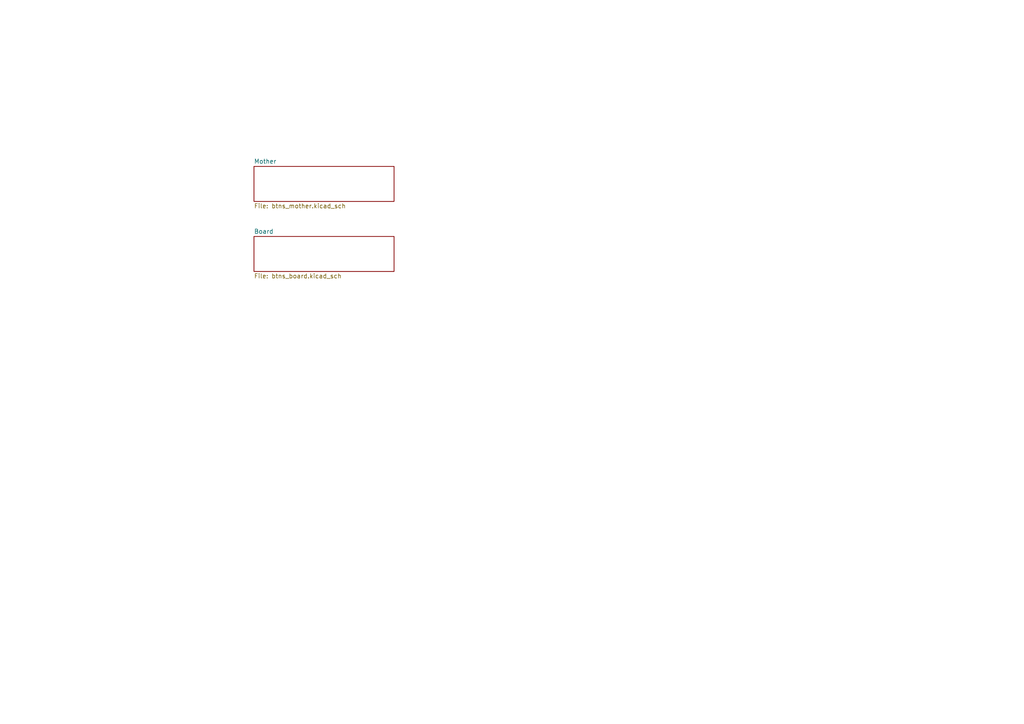
<source format=kicad_sch>
(kicad_sch
	(version 20231120)
	(generator "eeschema")
	(generator_version "8.0")
	(uuid "6cbd19e5-da26-4980-af8b-246e7f2dab3e")
	(paper "A4")
	(lib_symbols)
	(sheet
		(at 73.66 68.58)
		(size 40.64 10.16)
		(fields_autoplaced yes)
		(stroke
			(width 0.1524)
			(type solid)
		)
		(fill
			(color 0 0 0 0.0000)
		)
		(uuid "87504a8f-ecac-45cc-99cb-95b552eabb3c")
		(property "Sheetname" "Board"
			(at 73.66 67.8684 0)
			(effects
				(font
					(size 1.27 1.27)
				)
				(justify left bottom)
			)
		)
		(property "Sheetfile" "btns_board.kicad_sch"
			(at 73.66 79.3246 0)
			(effects
				(font
					(size 1.27 1.27)
				)
				(justify left top)
			)
		)
		(instances
			(project "Btns"
				(path "/6cbd19e5-da26-4980-af8b-246e7f2dab3e"
					(page "3")
				)
			)
		)
	)
	(sheet
		(at 73.66 48.26)
		(size 40.64 10.16)
		(fields_autoplaced yes)
		(stroke
			(width 0.1524)
			(type solid)
		)
		(fill
			(color 0 0 0 0.0000)
		)
		(uuid "8c89e4c1-09f5-4757-b70b-09921e5cd017")
		(property "Sheetname" "Mother"
			(at 73.66 47.5484 0)
			(effects
				(font
					(size 1.27 1.27)
				)
				(justify left bottom)
			)
		)
		(property "Sheetfile" "btns_mother.kicad_sch"
			(at 73.66 59.0046 0)
			(effects
				(font
					(size 1.27 1.27)
				)
				(justify left top)
			)
		)
		(instances
			(project "Btns"
				(path "/6cbd19e5-da26-4980-af8b-246e7f2dab3e"
					(page "2")
				)
			)
		)
	)
	(sheet_instances
		(path "/"
			(page "1")
		)
	)
)

</source>
